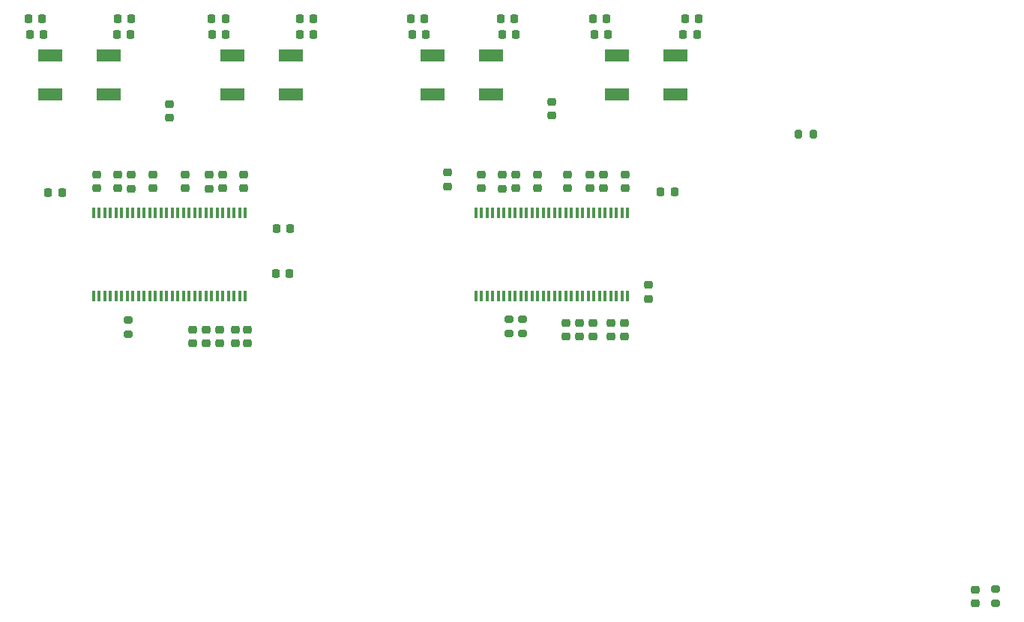
<source format=gbr>
%TF.GenerationSoftware,KiCad,Pcbnew,8.0.1-8.0.1-1~ubuntu22.04.1*%
%TF.CreationDate,2024-08-21T15:32:21+07:00*%
%TF.ProjectId,DAW-Pro4,4441572d-5072-46f3-942e-6b696361645f,rev?*%
%TF.SameCoordinates,Original*%
%TF.FileFunction,Paste,Bot*%
%TF.FilePolarity,Positive*%
%FSLAX46Y46*%
G04 Gerber Fmt 4.6, Leading zero omitted, Abs format (unit mm)*
G04 Created by KiCad (PCBNEW 8.0.1-8.0.1-1~ubuntu22.04.1) date 2024-08-21 15:32:21*
%MOMM*%
%LPD*%
G01*
G04 APERTURE LIST*
G04 Aperture macros list*
%AMRoundRect*
0 Rectangle with rounded corners*
0 $1 Rounding radius*
0 $2 $3 $4 $5 $6 $7 $8 $9 X,Y pos of 4 corners*
0 Add a 4 corners polygon primitive as box body*
4,1,4,$2,$3,$4,$5,$6,$7,$8,$9,$2,$3,0*
0 Add four circle primitives for the rounded corners*
1,1,$1+$1,$2,$3*
1,1,$1+$1,$4,$5*
1,1,$1+$1,$6,$7*
1,1,$1+$1,$8,$9*
0 Add four rect primitives between the rounded corners*
20,1,$1+$1,$2,$3,$4,$5,0*
20,1,$1+$1,$4,$5,$6,$7,0*
20,1,$1+$1,$6,$7,$8,$9,0*
20,1,$1+$1,$8,$9,$2,$3,0*%
G04 Aperture macros list end*
%ADD10R,2.800000X1.400000*%
%ADD11RoundRect,0.225000X-0.250000X0.225000X-0.250000X-0.225000X0.250000X-0.225000X0.250000X0.225000X0*%
%ADD12RoundRect,0.225000X-0.225000X-0.250000X0.225000X-0.250000X0.225000X0.250000X-0.225000X0.250000X0*%
%ADD13RoundRect,0.225000X0.225000X0.250000X-0.225000X0.250000X-0.225000X-0.250000X0.225000X-0.250000X0*%
%ADD14RoundRect,0.200000X-0.200000X-0.275000X0.200000X-0.275000X0.200000X0.275000X-0.200000X0.275000X0*%
%ADD15R,0.400000X1.200000*%
%ADD16RoundRect,0.200000X0.275000X-0.200000X0.275000X0.200000X-0.275000X0.200000X-0.275000X-0.200000X0*%
%ADD17RoundRect,0.225000X0.250000X-0.225000X0.250000X0.225000X-0.250000X0.225000X-0.250000X-0.225000X0*%
%ADD18RoundRect,0.200000X-0.275000X0.200000X-0.275000X-0.200000X0.275000X-0.200000X0.275000X0.200000X0*%
G04 APERTURE END LIST*
D10*
%TO.C,L11*%
X83566000Y-25060000D03*
X83566000Y-20660000D03*
%TD*%
D11*
%TO.C,C11*%
X40449500Y-51663000D03*
X40449500Y-53213000D03*
%TD*%
D12*
%TO.C,C95*%
X81013000Y-18288000D03*
X82563000Y-18288000D03*
%TD*%
D11*
%TO.C,C68*%
X79298800Y-50914600D03*
X79298800Y-52464600D03*
%TD*%
%TO.C,C25*%
X37465000Y-34163000D03*
X37465000Y-35713000D03*
%TD*%
D13*
%TO.C,C72*%
X90043000Y-36068000D03*
X88493000Y-36068000D03*
%TD*%
D14*
%TO.C,R18*%
X104077000Y-29591000D03*
X105727000Y-29591000D03*
%TD*%
D13*
%TO.C,C31*%
X49289000Y-16510000D03*
X47739000Y-16510000D03*
%TD*%
D12*
%TO.C,C36*%
X27165000Y-16510000D03*
X28715000Y-16510000D03*
%TD*%
D15*
%TO.C,U8*%
X84772500Y-47880000D03*
X84137500Y-47880000D03*
X83502500Y-47880000D03*
X82867500Y-47880000D03*
X82232500Y-47880000D03*
X81597500Y-47880000D03*
X80962500Y-47880000D03*
X80327500Y-47880000D03*
X79692500Y-47880000D03*
X79057500Y-47880000D03*
X78422500Y-47880000D03*
X77787500Y-47880000D03*
X77152500Y-47880000D03*
X76517500Y-47880000D03*
X75882500Y-47880000D03*
X75247500Y-47880000D03*
X74612500Y-47880000D03*
X73977500Y-47880000D03*
X73342500Y-47880000D03*
X72707500Y-47880000D03*
X72072500Y-47880000D03*
X71437500Y-47880000D03*
X70802500Y-47880000D03*
X70167500Y-47880000D03*
X69532500Y-47880000D03*
X68897500Y-47880000D03*
X68262500Y-47880000D03*
X67627500Y-47880000D03*
X67627500Y-38480000D03*
X68262500Y-38480000D03*
X68897500Y-38480000D03*
X69532500Y-38480000D03*
X70167500Y-38480000D03*
X70802500Y-38480000D03*
X71437500Y-38480000D03*
X72072500Y-38480000D03*
X72707500Y-38480000D03*
X73342500Y-38480000D03*
X73977500Y-38480000D03*
X74612500Y-38480000D03*
X75247500Y-38480000D03*
X75882500Y-38480000D03*
X76517500Y-38480000D03*
X77152500Y-38480000D03*
X77787500Y-38480000D03*
X78422500Y-38480000D03*
X79057500Y-38480000D03*
X79692500Y-38480000D03*
X80327500Y-38480000D03*
X80962500Y-38480000D03*
X81597500Y-38480000D03*
X82232500Y-38480000D03*
X82867500Y-38480000D03*
X83502500Y-38480000D03*
X84137500Y-38480000D03*
X84772500Y-38480000D03*
%TD*%
D11*
%TO.C,C81*%
X74549000Y-34150000D03*
X74549000Y-35700000D03*
%TD*%
D16*
%TO.C,R4*%
X72898000Y-52120800D03*
X72898000Y-50470800D03*
%TD*%
D17*
%TO.C,C80*%
X77978000Y-35700000D03*
X77978000Y-34150000D03*
%TD*%
D16*
%TO.C,R39*%
X126268000Y-82613000D03*
X126268000Y-80963000D03*
%TD*%
D11*
%TO.C,C65*%
X84378800Y-50914600D03*
X84378800Y-52464600D03*
%TD*%
D13*
%TO.C,C38*%
X18621000Y-16510000D03*
X17071000Y-16510000D03*
%TD*%
D16*
%TO.C,R5*%
X71374000Y-52133000D03*
X71374000Y-50483000D03*
%TD*%
D11*
%TO.C,C29*%
X27178000Y-34150000D03*
X27178000Y-35700000D03*
%TD*%
%TO.C,C66*%
X82854800Y-50914600D03*
X82854800Y-52464600D03*
%TD*%
D10*
%TO.C,L3*%
X40132000Y-25060000D03*
X40132000Y-20660000D03*
%TD*%
D11*
%TO.C,C27*%
X31115000Y-34150000D03*
X31115000Y-35700000D03*
%TD*%
D17*
%TO.C,C22*%
X33020000Y-27748000D03*
X33020000Y-26198000D03*
%TD*%
D13*
%TO.C,C15*%
X46580000Y-45339000D03*
X45030000Y-45339000D03*
%TD*%
D10*
%TO.C,L14*%
X69342000Y-25060000D03*
X69342000Y-20660000D03*
%TD*%
D13*
%TO.C,C100*%
X61976000Y-18288000D03*
X60426000Y-18288000D03*
%TD*%
D11*
%TO.C,C112*%
X123982000Y-81013000D03*
X123982000Y-82563000D03*
%TD*%
D17*
%TO.C,C76*%
X76200000Y-27458000D03*
X76200000Y-25908000D03*
%TD*%
%TO.C,C26*%
X34798000Y-35700000D03*
X34798000Y-34150000D03*
%TD*%
D11*
%TO.C,C83*%
X70612000Y-34163000D03*
X70612000Y-35713000D03*
%TD*%
D12*
%TO.C,C44*%
X27038000Y-18288000D03*
X28588000Y-18288000D03*
%TD*%
%TO.C,C41*%
X37820000Y-18288000D03*
X39370000Y-18288000D03*
%TD*%
D11*
%TO.C,C69*%
X77774800Y-50914600D03*
X77774800Y-52464600D03*
%TD*%
D13*
%TO.C,C93*%
X92583000Y-18288000D03*
X91033000Y-18288000D03*
%TD*%
D17*
%TO.C,C78*%
X82042000Y-35700000D03*
X82042000Y-34150000D03*
%TD*%
%TO.C,C84*%
X68199000Y-35700000D03*
X68199000Y-34150000D03*
%TD*%
D12*
%TO.C,C98*%
X70586000Y-18288000D03*
X72136000Y-18288000D03*
%TD*%
D11*
%TO.C,C67*%
X80822800Y-50901600D03*
X80822800Y-52451600D03*
%TD*%
D12*
%TO.C,C90*%
X70411000Y-16510000D03*
X71961000Y-16510000D03*
%TD*%
D13*
%TO.C,C85*%
X92789000Y-16510000D03*
X91239000Y-16510000D03*
%TD*%
%TO.C,C92*%
X61801000Y-16510000D03*
X60251000Y-16510000D03*
%TD*%
D12*
%TO.C,C33*%
X37767000Y-16510000D03*
X39317000Y-16510000D03*
%TD*%
D11*
%TO.C,C77*%
X84455000Y-34137000D03*
X84455000Y-35687000D03*
%TD*%
D17*
%TO.C,C82*%
X72136000Y-35700000D03*
X72136000Y-34150000D03*
%TD*%
D15*
%TO.C,U4*%
X41592500Y-47880000D03*
X40957500Y-47880000D03*
X40322500Y-47880000D03*
X39687500Y-47880000D03*
X39052500Y-47880000D03*
X38417500Y-47880000D03*
X37782500Y-47880000D03*
X37147500Y-47880000D03*
X36512500Y-47880000D03*
X35877500Y-47880000D03*
X35242500Y-47880000D03*
X34607500Y-47880000D03*
X33972500Y-47880000D03*
X33337500Y-47880000D03*
X32702500Y-47880000D03*
X32067500Y-47880000D03*
X31432500Y-47880000D03*
X30797500Y-47880000D03*
X30162500Y-47880000D03*
X29527500Y-47880000D03*
X28892500Y-47880000D03*
X28257500Y-47880000D03*
X27622500Y-47880000D03*
X26987500Y-47880000D03*
X26352500Y-47880000D03*
X25717500Y-47880000D03*
X25082500Y-47880000D03*
X24447500Y-47880000D03*
X24447500Y-38480000D03*
X25082500Y-38480000D03*
X25717500Y-38480000D03*
X26352500Y-38480000D03*
X26987500Y-38480000D03*
X27622500Y-38480000D03*
X28257500Y-38480000D03*
X28892500Y-38480000D03*
X29527500Y-38480000D03*
X30162500Y-38480000D03*
X30797500Y-38480000D03*
X31432500Y-38480000D03*
X32067500Y-38480000D03*
X32702500Y-38480000D03*
X33337500Y-38480000D03*
X33972500Y-38480000D03*
X34607500Y-38480000D03*
X35242500Y-38480000D03*
X35877500Y-38480000D03*
X36512500Y-38480000D03*
X37147500Y-38480000D03*
X37782500Y-38480000D03*
X38417500Y-38480000D03*
X39052500Y-38480000D03*
X39687500Y-38480000D03*
X40322500Y-38480000D03*
X40957500Y-38480000D03*
X41592500Y-38480000D03*
%TD*%
D13*
%TO.C,C46*%
X18796000Y-18288000D03*
X17246000Y-18288000D03*
%TD*%
D11*
%TO.C,C10*%
X41846500Y-51663000D03*
X41846500Y-53213000D03*
%TD*%
%TO.C,C14*%
X35623500Y-51663000D03*
X35623500Y-53213000D03*
%TD*%
%TO.C,C73*%
X64414400Y-33921400D03*
X64414400Y-35471400D03*
%TD*%
%TO.C,C79*%
X80518000Y-34150000D03*
X80518000Y-35700000D03*
%TD*%
D10*
%TO.C,L16*%
X62738000Y-25060000D03*
X62738000Y-20660000D03*
%TD*%
D13*
%TO.C,C18*%
X46622000Y-40259000D03*
X45072000Y-40259000D03*
%TD*%
D17*
%TO.C,C70*%
X87122000Y-48159000D03*
X87122000Y-46609000D03*
%TD*%
D11*
%TO.C,C12*%
X38671500Y-51663000D03*
X38671500Y-53213000D03*
%TD*%
D17*
%TO.C,C24*%
X38989000Y-35700000D03*
X38989000Y-34150000D03*
%TD*%
D10*
%TO.C,L6*%
X26162000Y-25060000D03*
X26162000Y-20660000D03*
%TD*%
D13*
%TO.C,C39*%
X49276000Y-18288000D03*
X47726000Y-18288000D03*
%TD*%
D17*
%TO.C,C28*%
X28702000Y-35713000D03*
X28702000Y-34163000D03*
%TD*%
D18*
%TO.C,R22*%
X28321000Y-50546000D03*
X28321000Y-52196000D03*
%TD*%
D12*
%TO.C,C87*%
X80825000Y-16510000D03*
X82375000Y-16510000D03*
%TD*%
%TO.C,C19*%
X19304000Y-36195000D03*
X20854000Y-36195000D03*
%TD*%
D11*
%TO.C,C23*%
X41402000Y-34150000D03*
X41402000Y-35700000D03*
%TD*%
D10*
%TO.C,L9*%
X90170000Y-25060000D03*
X90170000Y-20660000D03*
%TD*%
%TO.C,L1*%
X46736000Y-25060000D03*
X46736000Y-20660000D03*
%TD*%
D11*
%TO.C,C13*%
X37147500Y-51663000D03*
X37147500Y-53213000D03*
%TD*%
D17*
%TO.C,C30*%
X24765000Y-35687000D03*
X24765000Y-34137000D03*
%TD*%
D10*
%TO.C,L8*%
X19558000Y-25060000D03*
X19558000Y-20660000D03*
%TD*%
M02*

</source>
